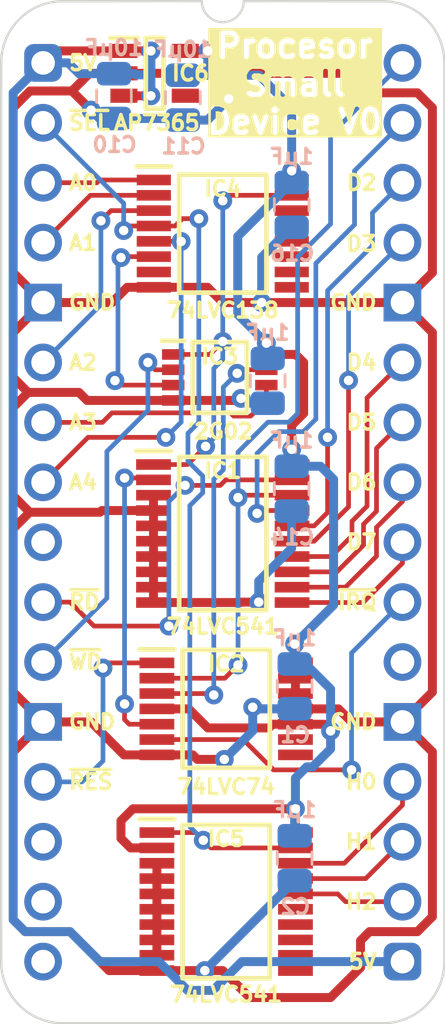
<source format=kicad_pcb>
(kicad_pcb (version 20241229) (generator "pcbnew") (generator_version "9.0")
  (title_block (title "Main Memory Abort") (date "2025-01-14") (rev "V0"))
  (layers (0 "F.Cu" signal) (2 "B.Cu" signal) (13 "F.Paste" user) (15 "B.Paste" user) (5 "F.SilkS" user "F.Silkscreen") (7 "B.SilkS" user "B.Silkscreen") (1 "F.Mask" user) (3 "B.Mask" user) (25 "Edge.Cuts" user))
  (net 0 "")
  (net 1 "/3.3V")
  (net 2 "GND")
  (net 3 "5V")
  (net 4 "D3")
  (net 5 "D0")
  (net 6 "D4")
  (net 7 "D1")
  (net 8 "D2")
  (net 9 "~{RD}")
  (net 10 "D7")
  (net 11 "D5")
  (net 12 "D6")
  (net 13 "/~{A3}")
  (net 14 "~{Device Select}")
  (net 15 "A2")
  (net 16 "/~{Y0}")
  (net 17 "A0")
  (net 18 "A4")
  (net 19 "A1")
  (net 20 "/MPU0 IRQ_{out}")
  (net 22 "~{MPU0 IRQ_{out}}")
  (net 23 "~{WD}")
  (net 24 "A3")
  (net 26 "/Y0•WD")
  (net 27 "~{Device Reset}")
  (net 40 "H0")
  (net 41 "H1")
  (net 42 "H2")
  (footprint "SamacSys_Parts:SOP65P400X110-8N" (layer "F.Cu") (at 7.493 13.335)
    (property "Reference" "IC3")
    (property "Value" "74LVC2G02DP,125" (hide yes))
  )
  (footprint "SamacSys_Parts:SOP65P640X110-14N" (layer "F.Cu") (at 7.764 27.387)
    (property "Reference" "IC2")
    (property "Value" "74LVC74APW,118" (hide yes))
  )
  (footprint "SamacSys_Parts:SOP65P640X110-20N" (layer "F.Cu") (at 7.764 35.556)
    (property "Reference" "IC5")
    (property "Value" "74LVC541APW,118" (hide yes))
  )
  (footprint "SamacSys_Parts:SOT95P285X130-5N" (layer "F.Cu") (at 4.729 0.442)
    (property "Reference" "IC6")
    (property "Value" "AP7365-33WG-7" (hide yes))
  )
  (footprint "SamacSys_Parts:DIP-32_Board_W15.24mm" (layer "F.Cu") (at 0 0)
    (property "Reference" "J1" (hide yes))
    (property "Value" "Conn_02x16_Counter_Clockwise" (hide yes))
    (fp_line (start -1.778 38.1) (end -1.778 0) (stroke (width 0.1)) (layer "Edge.Cuts"))
    (fp_line (start 6.731 -2.6162) (end 0.835732 -2.613732) (stroke (width 0.1)) (layer "Edge.Cuts"))
    (fp_line (start 14.404267 -2.613733) (end 8.509 -2.6162) (stroke (width 0.1)) (layer "Edge.Cuts"))
    (fp_line (start 14.404268 40.713732) (end 0.835733 40.713733) (stroke (width 0.1)) (layer "Edge.Cuts"))
    (fp_line (start 17.018 38.1) (end 17.017999 -0.000001) (stroke (width 0.1)) (layer "Edge.Cuts"))
    (fp_arc (start -1.778 0) (mid -1.012456 -1.848188) (end 0.835732 -2.613732) (stroke (width 0.1)) (layer "Edge.Cuts"))
    (fp_arc (start 0.835733 40.713733) (mid -1.012456 39.948189) (end -1.778 38.1) (stroke (width 0.1)) (layer "Edge.Cuts"))
    (fp_arc (start 8.509 -2.6162) (mid 7.62 -1.7272) (end 6.731 -2.6162) (stroke (width 0.1)) (layer "Edge.Cuts"))
    (fp_arc (start 14.404267 -2.613733) (mid 16.252455 -1.848189) (end 17.017999 -0.000001) (stroke (width 0.1)) (layer "Edge.Cuts"))
    (fp_arc (start 17.018 38.1) (mid 16.252455 39.948187) (end 14.404268 40.713732) (stroke (width 0.1)) (layer "Edge.Cuts"))
  )
  (footprint "SamacSys_Parts:SOP65P640X110-20N" (layer "F.Cu") (at 7.62 19.9527)
    (property "Reference" "IC1")
    (property "Value" "74LVC541APW,118" (hide yes))
  )
  (footprint "SamacSys_Parts:SOP65P640X110-16N" (layer "F.Cu") (at 7.62 7.239)
    (property "Reference" "IC4")
    (property "Value" "74LVC138APW-Q100J" (hide yes))
  )
  (footprint "SamacSys_Parts:C_0805" (layer "B.Cu") (at 10.541 18.034)
    (property "Reference" "C14")
    (property "Value" "1μF")
  )
  (footprint "SamacSys_Parts:C_0805" (layer "B.Cu") (at 10.668 33.7)
    (property "Reference" "C2")
    (property "Value" "1μF")
  )
  (footprint "SamacSys_Parts:C_0805" (layer "B.Cu") (at 10.541 6.0018)
    (property "Reference" "C16")
    (property "Value" "1μF")
  )
  (footprint "SamacSys_Parts:PinHeader_1x16_P2.54mm_Vertical" (layer "B.Cu") (at 0 0 180)
    (property "Reference" "J4" (hide yes))
    (property "Value" "Pin_Header_01x16")
  )
  (footprint "SamacSys_Parts:C_0805" (layer "B.Cu") (at 3.006 1.392)
    (property "Reference" "C10")
    (property "Value" "10µF")
  )
  (footprint "SamacSys_Parts:C_0805" (layer "B.Cu") (at 5.927 1.458)
    (property "Reference" "C11")
    (property "Value" "10µF")
  )
  (footprint "SamacSys_Parts:C_0805" (layer "B.Cu") (at 9.525 13.462)
    (property "Reference" "C15" (hide yes))
    (property "Value" "1μF")
  )
  (footprint "SamacSys_Parts:PinHeader_1x16_P2.54mm_Vertical" (layer "B.Cu") (at 15.24 0 180)
    (property "Reference" "J2" (hide yes))
    (property "Value" "Pin_Header_01x16")
  )
  (footprint "SamacSys_Parts:C_0805" (layer "B.Cu") (at 10.668 26.416)
    (property "Reference" "C1")
    (property "Value" "1μF")
  )
  (gr_text "H1" (at 14.224 33.02 0) (layer "F.SilkS") (effects (font (size 0.635 0.635) (thickness 0.15) (bold yes)) (justify right)))
  (gr_text "A2" (at 1.016 12.7 0) (layer "F.SilkS") (effects (font (size 0.635 0.635) (thickness 0.15) (bold yes)) (justify left)))
  (gr_text "D5" (at 14.224 15.24 0) (layer "F.SilkS") (effects (font (size 0.635 0.635) (thickness 0.15) (bold yes)) (justify right)))
  (gr_text "A1" (at 1.016 7.62 0) (layer "F.SilkS") (effects (font (size 0.635 0.635) (thickness 0.15) (bold yes)) (justify left)))
  (gr_text "D7" (at 14.224 20.32 0) (layer "F.SilkS") (effects (font (size 0.635 0.635) (thickness 0.15) (bold yes)) (justify right)))
  (gr_text "A0" (at 1.016 5.08 0) (layer "F.SilkS") (effects (font (size 0.635 0.635) (thickness 0.15) (bold yes)) (justify left)))
  (gr_text "5V" (at 1.016 0 0) (layer "F.SilkS") (effects (font (size 0.635 0.635) (thickness 0.15) (bold yes)) (justify left)))
  (gr_text "A4" (at 1.016 17.78 0) (layer "F.SilkS") (effects (font (size 0.635 0.635) (thickness 0.15) (bold yes)) (justify left)))
  (gr_text "GND" (at 14.224 27.94 0) (layer "F.SilkS") (effects (font (size 0.635 0.635) (thickness 0.15) (bold yes)) (justify right)))
  (gr_text "D6" (at 14.224 17.78 0) (layer "F.SilkS") (effects (font (size 0.635 0.635) (thickness 0.15) (bold yes)) (justify right)))
  (gr_text "Procesor\nSmall\nDevice V0" (at 10.668 0.889 0) (layer "F.SilkS" knockout) (effects (font (size 1 1) (thickness 0.2) (bold yes))))
  (gr_text "H2" (at 14.224 35.56 0) (layer "F.SilkS") (effects (font (size 0.635 0.635) (thickness 0.15) (bold yes)) (justify right)))
  (gr_text "GND" (at 14.224 10.16 0) (layer "F.SilkS") (effects (font (size 0.635 0.635) (thickness 0.15) (bold yes)) (justify right)))
  (gr_text "A3" (at 1.016 15.24 0) (layer "F.SilkS") (effects (font (size 0.635 0.635) (thickness 0.15) (bold yes)) (justify left)))
  (gr_text "~{WD}" (at 1.016 25.4 0) (layer "F.SilkS") (effects (font (size 0.635 0.635) (thickness 0.15) (bold yes)) (justify left)))
  (gr_text "D3" (at 14.217717 7.663907 0) (layer "F.SilkS") (effects (font (size 0.635 0.635) (thickness 0.15) (bold yes)) (justify right)))
  (gr_text "~{SEL}" (at 1.016 2.54 0) (layer "F.SilkS") (effects (font (size 0.635 0.635) (thickness 0.15) (bold yes)) (justify left)))
  (gr_text "H0" (at 14.224 30.48 0) (layer "F.SilkS") (effects (font (size 0.635 0.635) (thickness 0.15) (bold yes)) (justify right)))
  (gr_text "~{IRQ}" (at 14.224 22.86 0) (layer "F.SilkS") (effects (font (size 0.635 0.635) (thickness 0.15) (bold yes)) (justify right)))
  (gr_text "GND" (at 1.016 27.94 0) (layer "F.SilkS") (effects (font (size 0.635 0.635) (thickness 0.15) (bold yes)) (justify left)))
  (gr_text "D2" (at 14.224 5.08 0) (layer "F.SilkS") (effects (font (size 0.635 0.635) (thickness 0.15) (bold yes)) (justify right)))
  (gr_text "GND" (at 1.016 10.16 0) (layer "F.SilkS") (effects (font (size 0.635 0.635) (thickness 0.15) (bold yes)) (justify left)))
  (gr_text "~{RD}" (at 1.016 22.86 0) (layer "F.SilkS") (effects (font (size 0.635 0.635) (thickness 0.15) (bold yes)) (justify left)))
  (gr_text "~{RES}" (at 1.016 30.48 0) (layer "F.SilkS") (effects (font (size 0.635 0.635) (thickness 0.15) (bold yes)) (justify left)))
  (gr_text "5V" (at 14.224 38.1 0) (layer "F.SilkS") (effects (font (size 0.635 0.635) (thickness 0.15) (bold yes)) (justify right)))
  (gr_text "D4" (at 14.224 12.7 0) (layer "F.SilkS") (effects (font (size 0.635 0.635) (thickness 0.15) (bold yes)) (justify right)))
  (segment (start 9.468 12.36) (end 9.468 11.881) (width 0.38) (layer "F.Cu") (net 1))
  (segment (start 9.468 12.36) (end 10.709 12.36) (width 0.38) (layer "F.Cu") (net 1))
  (segment (start 10.558 17.0277) (end 10.558 16.4) (width 0.38) (layer "F.Cu") (net 1))
  (segment (start 9.5735 28.194) (end 9.7305 28.037) (width 0.38) (layer "F.Cu") (net 1))
  (segment (start 3.81 31.623) (end 10.702 31.623) (width 0.38) (layer "F.Cu") (net 1))
  (segment (start 10.709 12.36) (end 11.049 12.7) (width 0.38) (layer "F.Cu") (net 1))
  (segment (start 10.702 28.037) (end 11.908 28.037) (width 0.38) (layer "F.Cu") (net 1))
  (segment (start 6.985 28.194) (end 9.5735 28.194) (width 0.38) (layer "F.Cu") (net 1))
  (segment (start 4.826 27.387) (end 6.178 27.387) (width 0.38) (layer "F.Cu") (net 1))
  (segment (start 10.702 24.672) (end 10.668 24.638) (width 0.38) (layer "F.Cu") (net 1))
  (segment (start 10.541 15.367) (end 10.541 16.383) (width 0.38) (layer "F.Cu") (net 1))
  (segment (start 11.049 14.859) (end 10.541 15.367) (width 0.38) (layer "F.Cu") (net 1))
  (segment (start 3.302 32.8745) (end 3.302 32.131) (width 0.38) (layer "F.Cu") (net 1))
  (segment (start 10.541 4.96) (end 10.541 4.572) (width 0.38) (layer "F.Cu") (net 1))
  (segment (start 4.826 33.281) (end 3.7085 33.281) (width 0.38) (layer "F.Cu") (net 1))
  (segment (start 3.302 32.131) (end 3.81 31.623) (width 0.38) (layer "F.Cu") (net 1))
  (segment (start 10.702 25.437) (end 10.702 24.672) (width 0.38) (layer "F.Cu") (net 1))
  (segment (start 3.7085 33.281) (end 3.302 32.8745) (width 0.38) (layer "F.Cu") (net 1))
  (segment (start 6.178 27.387) (end 6.985 28.194) (width 0.38) (layer "F.Cu") (net 1))
  (segment (start 10.558 16.4) (end 10.541 16.383) (width 0.38) (layer "F.Cu") (net 1))
  (segment (start 10.702 31.623) (end 10.702 32.631) (width 0.38) (layer "F.Cu") (net 1))
  (segment (start 11.908 28.037) (end 12.192 28.321) (width 0.38) (layer "F.Cu") (net 1))
  (segment (start 9.7305 28.037) (end 10.702 28.037) (width 0.38) (layer "F.Cu") (net 1))
  (segment (start 6.029 -0.508) (end 6.985 -0.508) (width 0.38) (layer "F.Cu") (net 1))
  (segment (start 11.049 12.7) (end 11.049 14.859) (width 0.38) (layer "F.Cu") (net 1))
  (via (at 9.468 11.881) (size 0.8) (drill 0.4) (layers "F.Cu" "B.Cu") (net 1))
  (via (at 10.668 24.638) (size 0.8) (drill 0.4) (layers "F.Cu" "B.Cu") (net 1))
  (via (at 10.541 4.572) (size 0.8) (drill 0.4) (layers "F.Cu" "B.Cu") (net 1))
  (via (at 12.192 28.321) (size 0.8) (drill 0.4) (layers "F.Cu" "B.Cu") (net 1))
  (via (at 10.702 31.623) (size 0.8) (drill 0.4) (layers "F.Cu" "B.Cu") (net 1))
  (via (at 6.985 -0.508) (size 0.8) (drill 0.4) (layers "F.Cu" "B.Cu") (net 1))
  (via (at 10.541 16.383) (size 0.8) (drill 0.4) (layers "F.Cu" "B.Cu") (net 1))
  (segment (start 9.468 11.881) (end 8.255 10.668) (width 0.38) (layer "B.Cu") (net 1))
  (segment (start 12.319 17.653) (end 12.319 22.987) (width 0.38) (layer "B.Cu") (net 1))
  (segment (start 9.16 0.524) (end 10.541 1.905) (width 0.38) (layer "B.Cu") (net 1))
  (segment (start 10.541 4.572) (end 10.541 5.0678) (width 0.38) (layer "B.Cu") (net 1))
  (segment (start 10.702 31.623) (end 10.702 30.319) (width 0.38) (layer "B.Cu") (net 1))
  (segment (start 9.525 11.938) (end 9.468 11.881) (width 0.38) (layer "B.Cu") (net 1))
  (segment (start 11.176 29.845) (end 11.43 29.845) (width 0.38) (layer "B.Cu") (net 1))
  (segment (start 10.541 17.1) (end 11.766 17.1) (width 0.38) (layer "B.Cu") (net 1))
  (segment (start 12.192 28.321) (end 12.192 26.543) (width 0.38) (layer "B.Cu") (net 1))
  (segment (start 11.766 17.1) (end 12.319 17.653) (width 0.38) (layer "B.Cu") (net 1))
  (segment (start 12.319 22.987) (end 10.668 24.638) (width 0.38) (layer "B.Cu") (net 1))
  (segment (start 9.525 12.528) (end 9.525 11.938) (width 0.38) (layer "B.Cu") (net 1))
  (segment (start 6.985 -0.508) (end 6.985 0.524) (width 0.38) (layer "B.Cu") (net 1))
  (segment (start 5.927 0.524) (end 6.985 0.524) (width 0.38) (layer "B.Cu") (net 1))
  (segment (start 8.255 10.668) (end 8.255 7.3538) (width 0.38) (layer "B.Cu") (net 1))
  (segment (start 10.702 30.319) (end 11.176 29.845) (width 0.38) (layer "B.Cu") (net 1))
  (segment (start 12.192 29.083) (end 12.192 28.321) (width 0.38) (layer "B.Cu") (net 1))
  (segment (start 10.668 32.766) (end 10.668 31.657) (width 0.38) (layer "B.Cu") (net 1))
  (segment (start 10.668 31.657) (end 10.702 31.623) (width 0.38) (layer "B.Cu") (net 1))
  (segment (start 10.541 16.383) (end 10.541 17.1) (width 0.38) (layer "B.Cu") (net 1))
  (segment (start 10.541 1.905) (end 10.541 4.572) (width 0.38) (layer "B.Cu") (net 1))
  (segment (start 6.985 0.524) (end 9.16 0.524) (width 0.38) (layer "B.Cu") (net 1))
  (segment (start 12.192 26.543) (end 11.131 25.482) (width 0.38) (layer "B.Cu") (net 1))
  (segment (start 10.668 24.638) (end 10.668 25.482) (width 0.38) (layer "B.Cu") (net 1))
  (segment (start 8.255 7.3538) (end 10.541 5.0678) (width 0.38) (layer "B.Cu") (net 1))
  (segment (start 11.43 29.845) (end 12.192 29.083) (width 0.38) (layer "B.Cu") (net 1))
  (segment (start 4.695 9.514) (end 6.974 9.514) (width 0.38) (layer "F.Cu") (net 2))
  (segment (start -0.5715 19.05) (end -1.27 18.3515) (width 0.38) (layer "F.Cu") (net 2))
  (segment (start 16.51 36.195) (end 15.875 36.83) (width 0.38) (layer "F.Cu") (net 2))
  (segment (start 10.702 27.387) (end 12.528 27.387) (width 0.38) (layer "F.Cu") (net 2))
  (segment (start -1.27 13.335) (end -1.27 11.43) (width 0.38) (layer "F.Cu") (net 2))
  (segment (start 4.826 29.337) (end 3.429 29.337) (width 0.38) (layer "F.Cu") (net 2))
  (segment (start 6.5405 29.5275) (end 6.35 29.337) (width 0.38) (layer "F.Cu") (net 2))
  (segment (start 4.682 22.2277) (end 4.682 21.5777) (width 0.38) (layer "F.Cu") (net 2))
  (segment (start -1.27 26.67) (end -1.27 19.7485) (width 0.38) (layer "F.Cu") (net 2))
  (segment (start 2.921 10.16) (end 0 10.16) (width 0.38) (layer "F.Cu") (net 2))
  (segment (start 4.682 22.8777) (end 4.682 22.2277) (width 0.38) (layer "F.Cu") (net 2))
  (segment (start 7.6835 29.5275) (end 6.5405 29.5275) (width 0.38) (layer "F.Cu") (net 2))
  (segment (start -0.635 13.97) (end -1.27 13.335) (width 0.38) (layer "F.Cu") (net 2))
  (segment (start 8.382 22.86) (end 8.3643 22.8777) (width 0.38) (layer "F.Cu") (net 2))
  (segment (start 13.396 0.442) (end 7.874 0.442) (width 0.38) (layer "F.Cu") (net 2))
  (segment (start 4.826 29.337) (end 6.35 29.337) (width 0.38) (layer "F.Cu") (net 2))
  (segment (start 1.864 14.31) (end 1.524 13.97) (width 0.38) (layer "F.Cu") (net 2))
  (segment (start 2.031998 2.000998) (end 2.032 2.000998) (width 0.38) (layer "F.Cu") (net 2))
  (segment (start -1.27 18.3515) (end -1.27 14.605) (width 0.38) (layer "F.Cu") (net 2))
  (segment (start 0 27.94) (end -1.27 26.67) (width 0.38) (layer "F.Cu") (net 2))
  (segment (start 13.462 37.211) (end 13.462 38.354) (width 0.38) (layer "F.Cu") (net 2))
  (segment (start -1.27 36.322) (end -1.27 29.21) (width 0.38) (layer "F.Cu") (net 2))
  (segment (start -1.27 11.43) (end 0 10.16) (width 0.38) (layer "F.Cu") (net 2))
  (segment (start 9.271 10.16) (end 15.24 10.16) (width 0.38) (layer "F.Cu") (net 2))
  (segment (start 4.682 20.2777) (end 4.682 20.9277) (width 0.38) (layer "F.Cu") (net 2))
  (segment (start 8.959463 27.387) (end 8.89 27.317537) (width 0.38) (layer "F.Cu") (net 2))
  (segment (start 6.974 9.514) (end 7.62 10.16) (width 0.38) (layer "F.Cu") (net 2))
  (segment (start 4.682 19.6277) (end 4.682 20.2777) (width 0.38) (layer "F.Cu") (net 2))
  (segment (start 8.306998 14.31) (end 8.392998 14.224) (width 0.38) (layer "F.Cu") (net 2))
  (segment (start 13.843 36.83) (end 13.462 37.211) (width 0.38) (layer "F.Cu") (net 2))
  (segment (start 0 10.16) (end -1.27 8.89) (width 0.38) (layer "F.Cu") (net 2))
  (segment (start 1.143 36.83) (end 2.794 38.481) (width 0.38) (layer "F.Cu") (net 2))
  (segment (start 16.51 29.21) (end 16.51 36.195) (width 0.38) (layer "F.Cu") (net 2))
  (segment (start 4.695 9.514) (end 3.567 9.514) (width 0.38) (layer "F.Cu") (net 2))
  (segment (start 4.826 34.581) (end 4.826 33.931) (width 0.38) (layer "F.Cu") (net 2))
  (segment (start 4.826 35.881) (end 4.826 35.231) (width 0.38) (layer "F.Cu") (net 2))
  (segment (start -0.556 1.191) (end 1.222 1.191) (width 0.38) (layer "F.Cu") (net 2))
  (segment (start 8.3643 22.8777) (end 4.682 22.8777) (width 0.38) (layer "F.Cu") (net 2))
  (segment (start 4.682 18.9777) (end 2.4853 18.9777) (width 0.38) (layer "F.Cu") (net 2))
  (segment (start 1.143 36.83) (end -0.762 36.83) (width 0.38) (layer "F.Cu") (net 2))
  (segment (start 1.524 13.97) (end -0.635 13.97) (width 0.38) (layer "F.Cu") (net 2))
  (segment (start 16.51 11.43) (end 16.51 26.67) (width 0.38) (layer "F.Cu") (net 2))
  (segment (start 10.702 26.087) (end 10.702 26.737) (width 0.38) (layer "F.Cu") (net 2))
  (segment (start 4.682 18.9777) (end 4.682 19.6277) (width 0.38) (layer "F.Cu") (net 2))
  (segment (start 10.702 27.387) (end 8.959463 27.387) (width 0.38) (layer "F.Cu") (net 2))
  (segment (start -1.27 19.7485) (end -0.5715 19.05) (width 0.38) (layer "F.Cu") (net 2))
  (segment (start 7.62 38.481) (end 8.763 39.624) (width 0.38) (layer "F.Cu") (net 2))
  (segment (start 4.682 21.5777) (end 4.682 20.9277) (width 0.38) (layer "F.Cu") (net 2))
  (segment (start 4.826 38.481) (end 2.794 38.481) (width 0.38) (layer "F.Cu") (net 2))
  (segment (start 3.567 9.514) (end 2.921 10.16) (width 0.38) (layer "F.Cu") (net 2))
  (segment (start 5.518 14.31) (end 8.306998 14.31) (width 0.38) (layer "F.Cu") (net 2))
  (segment (start 6.858 38.481) (end 7.62 38.481) (width 0.38) (layer "F.Cu") (net 2))
  (segment (start 12.192 39.624) (end 8.763 39.624) (width 0.38) (layer "F.Cu") (net 2))
  (segment (start 2.032 27.94) (end 0 27.94) (width 0.38) (layer "F.Cu") (net 2))
  (segment (start 7.874 0.442) (end 3.429 0.442) (width 0.38) (layer "F.Cu") (net 2))
  (segment (start 4.826 35.231) (end 4.826 34.581) (width 0.38) (layer "F.Cu") (net 2))
  (segment (start 4.826 38.481) (end 6.858 38.481) (width 0.38) (layer "F.Cu") (net 2))
  (segment (start 16.51 8.89) (end 16.51 1.905) (width 0.38) (layer "F.Cu") (net 2))
  (segment (start 15.24 10.16) (end 16.51 8.89) (width 0.38) (layer "F.Cu") (net 2))
  (segment (start 1.222 1.191) (end 1.971 0.442) (width 0.38) (layer "F.Cu") (net 2))
  (segment (start 14.224 1.27) (end 13.396 0.442) (width 0.38) (layer "F.Cu") (net 2))
  (segment (start 4.682 18.3277) (end 4.682 18.9777) (width 0.38) (layer "F.Cu") (net 2))
  (segment (start 12.528 27.387) (end 13.081 27.94) (width 0.38) (layer "F.Cu") (net 2))
  (segment (start 16.51 26.67) (end 15.24 27.94) (width 0.38) (layer "F.Cu") (net 2))
  (segment (start 1.971 0.442) (end 3.429 0.442) (width 0.38) (layer "F.Cu") (net 2))
  (segment (start 15.24 27.94) (end 16.51 29.21) (width 0.38) (layer "F.Cu") (net 2))
  (segment (start -1.27 14.605) (end -0.635 13.97) (width 0.38) (layer "F.Cu") (net 2))
  (segment (start 15.875 1.27) (end 14.224 1.27) (width 0.38) (layer "F.Cu") (net 2))
  (segment (start -1.27 8.89) (end -1.27 1.905) (width 0.38) (layer "F.Cu") (net 2))
  (segment (start 7.62 10.16) (end 9.271 10.16) (width 0.38) (layer "F.Cu") (net 2))
  (segment (start 4.826 37.181) (end 4.826 36.531) (width 0.38) (layer "F.Cu") (net 2))
  (segment (start 4.826 38.481) (end 4.826 37.831) (width 0.38) (layer "F.Cu") (net 2))
  (segment (start 16.51 1.905) (end 15.875 1.27) (width 0.38) (layer "F.Cu") (net 2))
  (segment (start 15.875 36.83) (end 13.843 36.83) (width 0.38) (layer "F.Cu") (net 2))
  (segment (start 10.702 26.737) (end 10.702 27.387) (width 0.38) (layer "F.Cu") (net 2))
  (segment (start 2.4853 18.9777) (end 2.413 19.05) (width 0.38) (layer "F.Cu") (net 2))
  (segment (start 3.429 29.337) (end 2.032 27.94) (width 0.38) (layer "F.Cu") (net 2))
  (segment (start 13.462 38.354) (end 12.192 39.624) (width 0.38) (layer "F.Cu") (net 2))
  (segment (start 15.24 10.16) (end 16.51 11.43) (width 0.38) (layer "F.Cu") (net 2))
  (segment (start 4.826 36.531) (end 4.826 35.881) (width 0.38) (layer "F.Cu") (net 2))
  (segment (start 7.874 1.524) (end 7.874 0.442) (width 0.38) (layer "F.Cu") (net 2))
  (segment (start -1.27 29.21) (end 0 27.94) (width 0.38) (layer "F.Cu") (net 2))
  (segment (start 13.081 27.94) (end 15.24 27.94) (width 0.38) (layer "F.Cu") (net 2))
  (segment (start 4.826 37.831) (end 4.826 37.181) (width 0.38) (layer "F.Cu") (net 2))
  (segment (start -1.27 1.905) (end -0.556 1.191) (width 0.38) (layer "F.Cu") (net 2))
  (segment (start 1.222 1.191) (end 2.031998 2.000998) (width 0.38) (layer "F.Cu") (net 2))
  (segment (start 2.413 19.05) (end -0.5715 19.05) (width 0.38) (layer "F.Cu") (net 2))
  (segment (start -0.762 36.83) (end -1.27 36.322) (width 0.38) (layer "F.Cu") (net 2))
  (segment (start 5.518 14.31) (end 1.864 14.31) (width 0.38) (layer "F.Cu") (net 2))
  (segment (start 9.144 22.86) (end 8.382 22.86) (width 0.38) (layer "F.Cu") (net 2))
  (via (at 9.271 10.16) (size 0.8) (drill 0.4) (layers "F.Cu" "B.Cu") (net 2))
  (via (at 9.144 22.86) (size 0.8) (drill 0.4) (layers "F.Cu" "B.Cu") (net 2))
  (via (at 7.874 1.524) (size 0.8) (drill 0.4) (layers "F.Cu" "B.Cu") (net 2))
  (via (at 8.392998 14.224) (size 0.8) (drill 0.4) (layers "F.Cu" "B.Cu") (net 2))
  (via (at 8.89 27.317537) (size 0.8) (drill 0.4) (layers "F.Cu" "B.Cu") (net 2))
  (via (at 7.6835 29.5275) (size 0.8) (drill 0.4) (layers "F.Cu" "B.Cu") (net 2))
  (via (at 2.032 2.000998) (size 0.8) (drill 0.4) (layers "F.Cu" "B.Cu") (net 2))
  (via (at 6.858 38.481) (size 0.8) (drill 0.4) (layers "F.Cu" "B.Cu") (net 2))
  (segment (start 10.541 6.9678) (end 9.271 8.2378) (width 0.38) (layer "B.Cu") (net 2))
  (segment (start 10.668 34.666) (end 6.858 38.476) (width 0.38) (layer "B.Cu") (net 2))
  (segment (start 9.144 21.971) (end 9.144 22.86) (width 0.38) (layer "B.Cu") (net 2))
  (segment (start 3.006 2.358) (end 5.861 2.358) (width 0.38) (layer "B.Cu") (net 2))
  (segment (start 5.927 2.424) (end 6.974 2.424) (width 0.38) (layer "B.Cu") (net 2))
  (segment (start 8.954463 27.382) (end 8.89 27.317537) (width 0.38) (layer "B.Cu") (net 2))
  (segment (start 8.89 28.321) (end 8.89 27.317537) (width 0.38) (layer "B.Cu") (net 2))
  (segment (start 3.006 2.358) (end 2.389002 2.358) (width 0.38) (layer "B.Cu") (net 2))
  (segment (start 9.271 8.2378) (end 9.271 10.16) (width 0.38) (layer "B.Cu") (net 2))
  (segment (start 6.858 38.476) (end 6.858 38.481) (width 0.38) (layer "B.Cu") (net 2))
  (segment (start 10.541 19) (end 10.541 20.574) (width 0.38) (layer "B.Cu") (net 2))
  (segment (start 8.596998 14.428) (end 8.392998 14.224) (width 0.38) (layer "B.Cu") (net 2))
  (segment (start 6.974 2.424) (end 7.874 1.524) (width 0.38) (layer "B.Cu") (net 2))
  (segment (start 10.668 27.382) (end 8.954463 27.382) (width 0.38) (layer "B.Cu") (net 2))
  (segment (start 9.525 14.428) (end 8.596998 14.428) (width 0.38) (layer "B.Cu") (net 2))
  (segment (start 10.541 20.574) (end 9.144 21.971) (width 0.38) (layer "B.Cu") (net 2))
  (segment (start 7.6835 29.5275) (end 8.89 28.321) (width 0.38) (layer "B.Cu") (net 2))
  (segment (start 2.389002 2.358) (end 2.032 2.000998) (width 0.38) (layer "B.Cu") (net 2))
  (segment (start 3.429 -0.508) (end 4.572 -0.508) (width 0.38) (layer "F.Cu") (net 3))
  (segment (start 0.508 -0.508) (end 3.429 -0.508) (width 0.38) (layer "F.Cu") (net 3))
  (segment (start 4.572 1.397) (end 3.434 1.397) (width 0.38) (layer "F.Cu") (net 3))
  (via (at 4.572 1.397) (size 0.8) (drill 0.4) (layers "F.Cu" "B.Cu") (net 3))
  (via (at 4.572 -0.508) (size 0.8) (drill 0.4) (layers "F.Cu" "B.Cu") (net 3))
  (segment (start 1.066 0) (end 1.524 0.458) (width 0.38) (layer "B.Cu") (net 3))
  (segment (start 4.572 0.508) (end 4.572 1.397) (width 0.38) (layer "B.Cu") (net 3))
  (segment (start 6.12906 39.321) (end 4.90806 38.1) (width 0.38) (layer "B.Cu") (net 3))
  (segment (start 4.572 -0.508) (end 4.572 0.508) (width 0.38) (layer "B.Cu") (net 3))
  (segment (start 2.413 38.1) (end 1.143 36.83) (width 0.38) (layer "B.Cu") (net 3))
  (segment (start 7.20594 39.321) (end 6.12906 39.321) (width 0.38) (layer "B.Cu") (net 3))
  (segment (start -1.27 36.322) (end -1.27 1.27) (width 0.38) (layer "B.Cu") (net 3))
  (segment (start 3.006 0.458) (end 1.524 0.458) (width 0.38) (layer "B.Cu") (net 3))
  (segment (start 4.572 0.508) (end 3.937 0.508) (width 0.38) (layer "B.Cu") (net 3))
  (segment (start 3.937 0.508) (end 3.887 0.458) (width 0.38) (layer "B.Cu") (net 3))
  (segment (start -1.27 1.27) (end 0 0) (width 0.38) (layer "B.Cu") (net 3))
  (segment (start 4.90806 38.1) (end 2.413 38.1) (width 0.38) (layer "B.Cu") (net 3))
  (segment (start -0.762 36.83) (end -1.27 36.322) (width 0.38) (layer "B.Cu") (net 3))
  (segment (start 3.887 0.458) (end 3.006 0.458) (width 0.38) (layer "B.Cu") (net 3))
  (segment (start 0 0) (end 1.066 0) (width 0.38) (layer "B.Cu") (net 3))
  (segment (start 8.42694 38.1) (end 7.20594 39.321) (width 0.38) (layer "B.Cu") (net 3))
  (segment (start 15.24 38.1) (end 8.42694 38.1) (width 0.38) (layer "B.Cu") (net 3))
  (segment (start 1.143 36.83) (end -0.762 36.83) (width 0.38) (layer "B.Cu") (net 3))
  (segment (start 11.4955 20.2777) (end 12.954 18.8192) (width 0.2) (layer "F.Cu") (net 4))
  (segment (start 12.954 18.8192) (end 12.954 13.462) (width 0.2) (layer "F.Cu") (net 4))
  (segment (start 10.558 20.2777) (end 11.4955 20.2777) (width 0.2) (layer "F.Cu") (net 4))
  (via (at 12.954 13.462) (size 0.8) (drill 0.4) (layers "F.Cu" "B.Cu") (net 4))
  (segment (start 12.954 9.906) (end 12.954 13.462) (width 0.2) (layer "B.Cu") (net 4))
  (segment (start 15.24 7.62) (end 12.954 9.906) (width 0.2) (layer "B.Cu") (net 4))
  (segment (start 7.707 26.087) (end 8.267 25.527) (width 0.2) (layer "F.Cu") (net 5))
  (segment (start 4.826 26.087) (end 7.707 26.087) (width 0.2) (layer "F.Cu") (net 5))
  (segment (start 8.367 18.3277) (end 8.267 18.4277) (width 0.2) (layer "F.Cu") (net 5))
  (segment (start 10.558 18.3277) (end 8.367 18.3277) (width 0.2) (layer "F.Cu") (net 5))
  (via (at 8.267 18.4277) (size 0.8) (drill 0.4) (layers "F.Cu" "B.Cu") (net 5))
  (via (at 8.267 25.527) (size 0.8) (drill 0.4) (layers "F.Cu" "B.Cu") (net 5))
  (segment (start 10.421 15.233) (end 10.795 14.859) (width 0.2) (layer "B.Cu") (net 5))
  (segment (start 12.192 3.048) (end 15.24 0) (width 0.2) (layer "B.Cu") (net 5))
  (segment (start 10.795 8.22496) (end 12.192 6.82796) (width 0.2) (layer "B.Cu") (net 5))
  (segment (start 8.267 16.498) (end 9.532 15.233) (width 0.2) (layer "B.Cu") (net 5))
  (segment (start 12.192 6.82796) (end 12.192 3.048) (width 0.2) (layer "B.Cu") (net 5))
  (segment (start 8.267 18.4277) (end 8.267 25.527) (width 0.2) (layer "B.Cu") (net 5))
  (segment (start 10.795 14.859) (end 10.795 8.22496) (width 0.2) (layer "B.Cu") (net 5))
  (segment (start 8.267 18.4277) (end 8.267 16.498) (width 0.2) (layer "B.Cu") (net 5))
  (segment (start 9.532 15.233) (end 10.421 15.233) (width 0.2) (layer "B.Cu") (net 5))
  (segment (start 13.1001 20.0469) (end 13.1001 19.431) (width 0.2) (layer "F.Cu") (net 6))
  (segment (start 13.1001 19.431) (end 13.739 18.7921) (width 0.2) (layer "F.Cu") (net 6))
  (segment (start 13.739 14.201) (end 15.24 12.7) (width 0.2) (layer "F.Cu") (net 6))
  (segment (start 12.2193 20.9277) (end 13.1001 20.0469) (width 0.2) (layer "F.Cu") (net 6))
  (segment (start 13.739 18.7921) (end 13.739 14.201) (width 0.2) (layer "F.Cu") (net 6))
  (segment (start 10.558 20.9277) (end 12.2193 20.9277) (width 0.2) (layer "F.Cu") (net 6))
  (segment (start 9.19554 18.9777) (end 9.075063 19.098177) (width 0.2) (layer "F.Cu") (net 7))
  (segment (start 10.558 18.9777) (end 9.19554 18.9777) (width 0.2) (layer "F.Cu") (net 7))
  (via (at 9.075063 19.098177) (size 0.8) (drill 0.4) (layers "F.Cu" "B.Cu") (net 7))
  (segment (start 11.037 15.633) (end 9.998669 15.633) (width 0.2) (layer "B.Cu") (net 7))
  (segment (start 15.24 2.54) (end 13.208 4.572) (width 0.2) (layer "B.Cu") (net 7))
  (segment (start 9.998669 15.633) (end 9.075063 16.556606) (width 0.2) (layer "B.Cu") (net 7))
  (segment (start 11.567 8.499) (end 11.567 15.103) (width 0.2) (layer "B.Cu") (net 7))
  (segment (start 13.208 4.572) (end 13.208 6.858) (width 0.2) (layer "B.Cu") (net 7))
  (segment (start 13.208 6.858) (end 11.567 8.499) (width 0.2) (layer "B.Cu") (net 7))
  (segment (start 11.567 15.103) (end 11.037 15.633) (width 0.2) (layer "B.Cu") (net 7))
  (segment (start 9.075063 16.556606) (end 9.075063 19.098177) (width 0.2) (layer "B.Cu") (net 7))
  (segment (start 10.558 19.6277) (end 11.4955 19.6277) (width 0.2) (layer "F.Cu") (net 8))
  (segment (start 12.065 19.0582) (end 12.065 15.875) (width 0.2) (layer "F.Cu") (net 8))
  (segment (start 11.4955 19.6277) (end 12.065 19.0582) (width 0.2) (layer "F.Cu") (net 8))
  (via (at 12.065 15.875) (size 0.8) (drill 0.4) (layers "F.Cu" "B.Cu") (net 8))
  (segment (start 12.065 9.652) (end 12.065 15.875) (width 0.2) (layer "B.Cu") (net 8))
  (segment (start 13.97 6.35) (end 13.97 7.747) (width 0.2) (layer "B.Cu") (net 8))
  (segment (start 15.24 5.08) (end 13.97 6.35) (width 0.2) (layer "B.Cu") (net 8))
  (segment (start 13.97 7.747) (end 12.065 9.652) (width 0.2) (layer "B.Cu") (net 8))
  (segment (start 0 22.86) (end 1.143 22.86) (width 0.2) (layer "F.Cu") (net 9))
  (segment (start 2.159 23.876) (end 5.334 23.876) (width 0.2) (layer "F.Cu") (net 9))
  (segment (start 6.019438 17.91143) (end 7.51327 17.91143) (width 0.2) (layer "F.Cu") (net 9))
  (segment (start 7.51327 17.91143) (end 7.747 17.6777) (width 0.2) (layer "F.Cu") (net 9))
  (segment (start 1.143 22.86) (end 2.159 23.876) (width 0.2) (layer "F.Cu") (net 9))
  (segment (start 7.747 17.6777) (end 10.558 17.6777) (width 0.2) (layer "F.Cu") (net 9))
  (via (at 6.019438 17.91143) (size 0.8) (drill 0.4) (layers "F.Cu" "B.Cu") (net 9))
  (via (at 5.334 23.876) (size 0.8) (drill 0.4) (layers "F.Cu" "B.Cu") (net 9))
  (segment (start 5.334 23.876) (end 5.334 18.596868) (width 0.2) (layer "B.Cu") (net 9))
  (segment (start 5.334 18.596868) (end 6.019438 17.91143) (width 0.2) (layer "B.Cu") (net 9))
  (segment (start 15.24 21.209) (end 15.24 20.32) (width 0.2) (layer "F.Cu") (net 10))
  (segment (start 10.558 22.8777) (end 13.5713 22.8777) (width 0.2) (layer "F.Cu") (net 10))
  (segment (start 13.5713 22.8777) (end 15.24 21.209) (width 0.2) (layer "F.Cu") (net 10))
  (segment (start 13.589 20.447) (end 13.589 19.558) (width 0.2) (layer "F.Cu") (net 11))
  (segment (start 12.4583 21.5777) (end 13.589 20.447) (width 0.2) (layer "F.Cu") (net 11))
  (segment (start 14.139 16.341) (end 15.24 15.24) (width 0.2) (layer "F.Cu") (net 11))
  (segment (start 14.139 19.008) (end 14.139 16.341) (width 0.2) (layer "F.Cu") (net 11))
  (segment (start 10.558 21.5777) (end 12.4583 21.5777) (width 0.2) (layer "F.Cu") (net 11))
  (segment (start 13.589 19.558) (end 14.139 19.008) (width 0.2) (layer "F.Cu") (net 11))
  (segment (start 12.8243 22.2277) (end 14.139 20.913) (width 0.2) (layer "F.Cu") (net 12))
  (segment (start 14.139 19.689975) (end 15.24 18.588975) (width 0.2) (layer "F.Cu") (net 12))
  (segment (start 15.24 18.588975) (end 15.24 17.78) (width 0.2) (layer "F.Cu") (net 12))
  (segment (start 10.558 22.2277) (end 12.8243 22.2277) (width 0.2) (layer "F.Cu") (net 12))
  (segment (start 14.139 20.913) (end 14.139 19.689975) (width 0.2) (layer "F.Cu") (net 12))
  (segment (start 3.343 8.214) (end 3.302 8.255) (width 0.2) (layer "F.Cu") (net 13))
  (segment (start 3.236199 13.66) (end 3.046199 13.47) (width 0.2) (layer "F.Cu") (net 13))
  (segment (start 4.695 8.214) (end 3.343 8.214) (width 0.2) (layer "F.Cu") (net 13))
  (segment (start 5.518 13.66) (end 3.236199 13.66) (width 0.2) (layer "F.Cu") (net 13))
  (via (at 3.302 8.255) (size 0.8) (drill 0.4) (layers "F.Cu" "B.Cu") (net 13))
  (via (at 3.046199 13.47) (size 0.8) (drill 0.4) (layers "F.Cu" "B.Cu") (net 13))
  (segment (start 3.302 8.255) (end 3.175 8.382) (width 0.2) (layer "B.Cu") (net 13))
  (segment (start 3.175 8.382) (end 3.175 13.341199) (width 0.2) (layer "B.Cu") (net 13))
  (segment (start 3.175 13.341199) (end 3.046199 13.47) (width 0.2) (layer "B.Cu") (net 13))
  (segment (start 6.7945 32.9565) (end 7.119 33.281) (width 0.2) (layer "F.Cu") (net 14))
  (segment (start 6.469 32.631) (end 6.7945 32.9565) (width 0.2) (layer "F.Cu") (net 14))
  (segment (start 4.695 6.914) (end 3.60958 6.914) (width 0.2) (layer "F.Cu") (net 14))
  (segment (start 5.597 6.914) (end 5.907 6.604) (width 0.2) (layer "F.Cu") (net 14))
  (segment (start 7.119 33.281) (end 10.702 33.281) (width 0.2) (layer "F.Cu") (net 14))
  (segment (start 4.826 32.631) (end 6.469 32.631) (width 0.2) (layer "F.Cu") (net 14))
  (segment (start 5.907 6.604) (end 6.604 6.604) (width 0.2) (layer "F.Cu") (net 14))
  (segment (start 3.60958 6.914) (end 3.416729 7.106851) (width 0.2) (layer "F.Cu") (net 14))
  (segment (start 4.695 6.914) (end 5.597 6.914) (width 0.2) (layer "F.Cu") (net 14))
  (via (at 3.416729 7.106851) (size 0.8) (drill 0.4) (layers "F.Cu" "B.Cu") (net 14))
  (via (at 6.7945 32.9565) (size 0.8) (drill 0.4) (layers "F.Cu" "B.Cu") (net 14))
  (via (at 6.604 6.604) (size 0.8) (drill 0.4) (layers "F.Cu" "B.Cu") (net 14))
  (segment (start 6.604 15.24) (end 6.604 6.604) (width 0.2) (layer "B.Cu") (net 14))
  (segment (start 6.769502 17.513569) (end 6.142998 16.887065) (width 0.2) (layer "B.Cu") (net 14))
  (segment (start 6.142998 16.887065) (end 6.142998 15.701002) (width 0.2) (layer "B.Cu") (net 14))
  (segment (start 6.142998 15.701002) (end 6.604 15.24) (width 0.2) (layer "B.Cu") (net 14))
  (segment (start 6.7945 32.9565) (end 6.223 32.385) (width 0.2) (layer "B.Cu") (net 14))
  (segment (start 6.223 32.385) (end 6.223 18.768529) (width 0.2) (layer "B.Cu") (net 14))
  (segment (start 6.223 18.768529) (end 6.769502 18.222027) (width 0.2) (layer "B.Cu") (net 14))
  (segment (start 3.416729 5.956729) (end 0 2.54) (width 0.2) (layer "B.Cu") (net 14))
  (segment (start 6.769502 18.222027) (end 6.769502 17.513569) (width 0.2) (layer "B.Cu") (net 14))
  (segment (start 3.416729 7.106851) (end 3.416729 5.956729) (width 0.2) (layer "B.Cu") (net 14))
  (segment (start 2.880802 6.264) (end 2.451669 6.693133) (width 0.2) (layer "F.Cu") (net 15))
  (segment (start 4.695 6.264) (end 2.880802 6.264) (width 0.2) (layer "F.Cu") (net 15))
  (via (at 2.451669 6.693133) (size 0.8) (drill 0.4) (layers "F.Cu" "B.Cu") (net 15))
  (segment (start 0 12.7) (end 2.451669 10.248331) (width 0.2) (layer "B.Cu") (net 15))
  (segment (start 2.451669 10.248331) (end 2.451669 6.693133) (width 0.2) (layer "B.Cu") (net 15))
  (segment (start 7.848 5.614) (end 7.62 5.842) (width 0.2) (layer "F.Cu") (net 16))
  (segment (start 6.121298 17.0277) (end 6.892998 16.256) (width 0.2) (layer "F.Cu") (net 16))
  (segment (start 7.62 11.811) (end 7.071 12.36) (width 0.2) (layer "F.Cu") (net 16))
  (segment (start 7.071 12.36) (end 5.518 12.36) (width 0.2) (layer "F.Cu") (net 16))
  (segment (start 4.682 17.0277) (end 6.121298 17.0277) (width 0.2) (layer "F.Cu") (net 16))
  (segment (start 10.545 5.614) (end 7.848 5.614) (width 0.2) (layer "F.Cu") (net 16))
  (via (at 6.892998 16.256) (size 0.8) (drill 0.4) (layers "F.Cu" "B.Cu") (net 16))
  (via (at 7.62 11.811) (size 0.8) (drill 0.4) (layers "F.Cu" "B.Cu") (net 16))
  (via (at 7.62 5.842) (size 0.8) (drill 0.4) (layers "F.Cu" "B.Cu") (net 16))
  (segment (start 7.239 12.952586) (end 7.239 15.909998) (width 0.2) (layer "B.Cu") (net 16))
  (segment (start 7.62 11.811) (end 7.62 12.571586) (width 0.2) (layer "B.Cu") (net 16))
  (segment (start 7.62 12.571586) (end 7.239 12.952586) (width 0.2) (layer "B.Cu") (net 16))
  (segment (start 7.62 5.842) (end 7.62 11.811) (width 0.2) (layer "B.Cu") (net 16))
  (segment (start 7.239 15.909998) (end 6.892998 16.256) (width 0.2) (layer "B.Cu") (net 16))
  (segment (start 2.402 4.964) (end 2.286 5.08) (width 0.2) (layer "F.Cu") (net 17))
  (segment (start 2.286 5.08) (end 0 5.08) (width 0.2) (layer "F.Cu") (net 17))
  (segment (start 4.695 4.964) (end 2.402 4.964) (width 0.2) (layer "F.Cu") (net 17))
  (segment (start 1.905 15.875) (end 5.207 15.875) (width 0.2) (layer "F.Cu") (net 18))
  (segment (start 5.848159 7.564) (end 5.854 7.569841) (width 0.2) (layer "F.Cu") (net 18))
  (segment (start 4.695 7.564) (end 5.848159 7.564) (width 0.2) (layer "F.Cu") (net 18))
  (segment (start 0 17.78) (end 1.905 15.875) (width 0.2) (layer "F.Cu") (net 18))
  (via (at 5.207 15.875) (size 0.8) (drill 0.4) (layers "F.Cu" "B.Cu") (net 18))
  (via (at 5.854 7.569841) (size 0.8) (drill 0.4) (layers "F.Cu" "B.Cu") (net 18))
  (segment (start 5.854 7.569841) (end 5.854 15.228) (width 0.2) (layer "B.Cu") (net 18))
  (segment (start 5.854 15.228) (end 5.207 15.875) (width 0.2) (layer "B.Cu") (net 18))
  (segment (start 2.006 5.614) (end 0 7.62) (width 0.2) (layer "F.Cu") (net 19))
  (segment (start 4.695 5.614) (end 2.006 5.614) (width 0.2) (layer "F.Cu") (net 19))
  (segment (start 3.453762 17.597922) (end 4.602222 17.597922) (width 0.2) (layer "F.Cu") (net 20))
  (segment (start 3.653 28.037) (end 3.453762 27.837762) (width 0.2) (layer "F.Cu") (net 20))
  (segment (start 4.826 28.037) (end 3.653 28.037) (width 0.2) (layer "F.Cu") (net 20))
  (segment (start 3.453762 27.837762) (end 3.453762 27.178) (width 0.2) (layer "F.Cu") (net 20))
  (via (at 3.453762 17.597922) (size 0.8) (drill 0.4) (layers "F.Cu" "B.Cu") (net 20))
  (via (at 3.453762 27.178) (size 0.8) (drill 0.4) (layers "F.Cu" "B.Cu") (net 20))
  (segment (start 3.453762 27.178) (end 3.453762 17.597922) (width 0.2) (layer "B.Cu") (net 20))
  (segment (start 4.826 28.687) (end 8.4875 28.687) (width 0.2) (layer "F.Cu") (net 22))
  (segment (start 9.7725 29.972) (end 13.081 29.972) (width 0.2) (layer "F.Cu") (net 22))
  (segment (start 8.4875 28.687) (end 9.7725 29.972) (width 0.2) (layer "F.Cu") (net 22))
  (via (at 13.081 29.972) (size 0.8) (drill 0.4) (layers "F.Cu" "B.Cu") (net 22))
  (segment (start 15.24 22.86) (end 13.081 25.019) (width 0.2) (layer "B.Cu") (net 22))
  (segment (start 13.081 25.019) (end 13.081 29.972) (width 0.2) (layer "B.Cu") (net 22))
  (segment (start 4.445 12.7) (end 4.755 13.01) (width 0.2) (layer "F.Cu") (net 23))
  (segment (start 4.755 13.01) (end 5.518 13.01) (width 0.2) (layer "F.Cu") (net 23))
  (via (at 4.445 12.7) (size 0.8) (drill 0.4) (layers "F.Cu" "B.Cu") (net 23))
  (segment (start 2.703762 16.473238) (end 4.445 14.732) (width 0.2) (layer "B.Cu") (net 23))
  (segment (start 4.445 14.732) (end 4.445 12.7) (width 0.2) (layer "B.Cu") (net 23))
  (segment (start 2.703762 22.696238) (end 2.703762 16.473238) (width 0.2) (layer "B.Cu") (net 23))
  (segment (start 0 25.4) (end 2.703762 22.696238) (width 0.2) (layer "B.Cu") (net 23))
  (segment (start 2.517 15.24) (end 2.921 14.836) (width 0.2) (layer "F.Cu") (net 24))
  (segment (start 8.804 14.974) (end 9.468 14.31) (width 0.2) (layer "F.Cu") (net 24))
  (segment (start 2.921 14.836) (end 7.944337 14.836) (width 0.2) (layer "F.Cu") (net 24))
  (segment (start 9.468 14.31) (end 9.468 13.66) (width 0.2) (layer "F.Cu") (net 24))
  (segment (start 8.082337 14.974) (end 8.804 14.974) (width 0.2) (layer "F.Cu") (net 24))
  (segment (start 0 15.24) (end 2.517 15.24) (width 0.2) (layer "F.Cu") (net 24))
  (segment (start 7.944337 14.836) (end 8.082337 14.974) (width 0.2) (layer "F.Cu") (net 24))
  (segment (start 7.179 26.737) (end 7.239 26.797) (width 0.2) (layer "F.Cu") (net 26))
  (segment (start 8.38081 13.01) (end 8.2303 13.16051) (width 0.2) (layer "F.Cu") (net 26))
  (segment (start 9.468 13.01) (end 8.38081 13.01) (width 0.2) (layer "F.Cu") (net 26))
  (segment (start 4.826 26.737) (end 7.179 26.737) (width 0.2) (layer "F.Cu") (net 26))
  (via (at 7.239 26.797) (size 0.8) (drill 0.4) (layers "F.Cu" "B.Cu") (net 26))
  (via (at 8.2303 13.16051) (size 0.8) (drill 0.4) (layers "F.Cu" "B.Cu") (net 26))
  (segment (start 7.642998 13.747812) (end 8.2303 13.16051) (width 0.2) (layer "B.Cu") (net 26))
  (segment (start 7.642998 17.249002) (end 7.642998 13.747812) (width 0.2) (layer "B.Cu") (net 26))
  (segment (start 7.239 26.797) (end 7.239 17.653) (width 0.2) (layer "B.Cu") (net 26))
  (segment (start 7.239 17.653) (end 7.642998 17.249002) (width 0.2) (layer "B.Cu") (net 26))
  (segment (start 2.757 25.437) (end 2.54 25.654) (width 0.2) (layer "F.Cu") (net 27))
  (segment (start 4.826 25.437) (end 2.757 25.437) (width 0.2) (layer "F.Cu") (net 27))
  (via (at 2.54 25.654) (size 0.8) (drill 0.4) (layers "F.Cu" "B.Cu") (net 27))
  (segment (start 1.651 30.48) (end 0 30.48) (width 0.2) (layer "B.Cu") (net 27))
  (segment (start 2.54 29.591) (end 1.651 30.48) (width 0.2) (layer "B.Cu") (net 27))
  (segment (start 2.54 25.654) (end 2.54 29.591) (width 0.2) (layer "B.Cu") (net 27))
  (segment (start 15.24 31.46295) (end 15.24 30.48) (width 0.2) (layer "F.Cu") (net 40))
  (segment (start 10.702 33.931) (end 12.77195 33.931) (width 0.2) (layer "F.Cu") (net 40))
  (segment (start 12.77195 33.931) (end 15.24 31.46295) (width 0.2) (layer "F.Cu") (net 40))
  (segment (start 10.702 34.581) (end 13.679 34.581) (width 0.2) (layer "F.Cu") (net 41))
  (segment (start 13.679 34.581) (end 15.24 33.02) (width 0.2) (layer "F.Cu") (net 41))
  (segment (start 12.498 35.231) (end 12.827 35.56) (width 0.2) (layer "F.Cu") (net 42))
  (segment (start 10.702 35.231) (end 12.498 35.231) (width 0.2) (layer "F.Cu") (net 42))
  (segment (start 12.827 35.56) (end 15.24 35.56) (width 0.2) (layer "F.Cu") (net 42))
)
</source>
